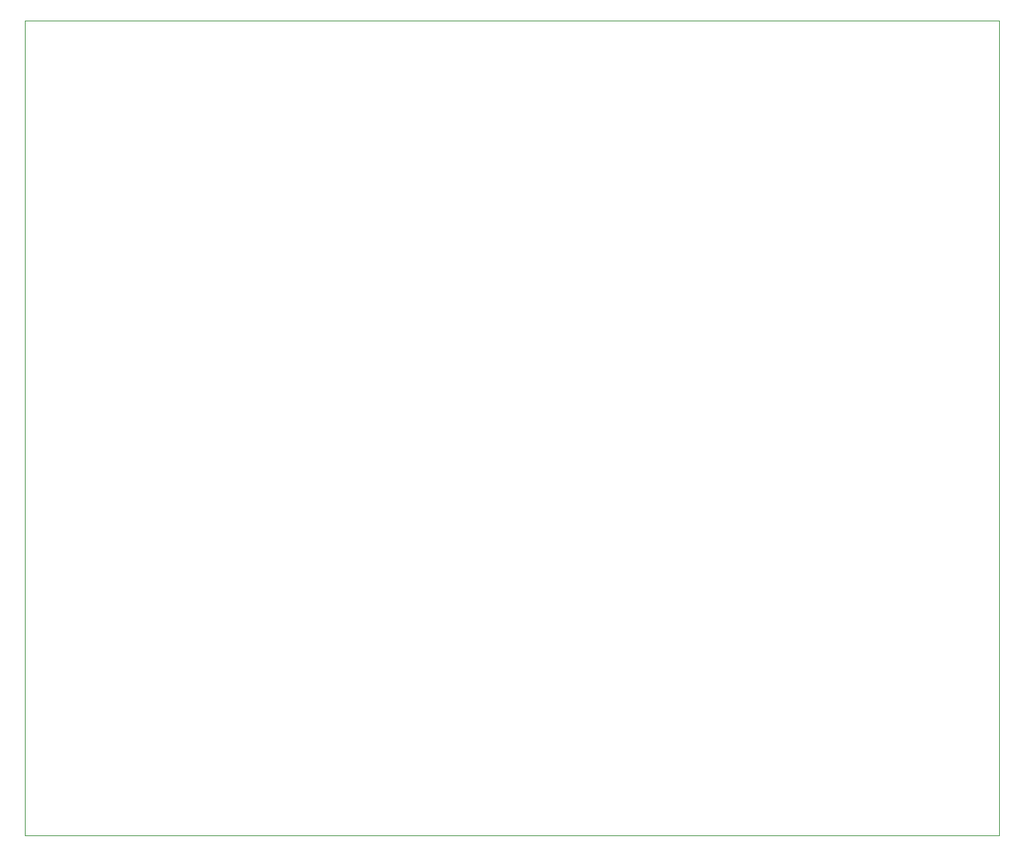
<source format=gbr>
%TF.GenerationSoftware,KiCad,Pcbnew,7.0.7+dfsg-1*%
%TF.CreationDate,2024-04-04T17:52:09+01:00*%
%TF.ProjectId,point-controller,706f696e-742d-4636-9f6e-74726f6c6c65,rev?*%
%TF.SameCoordinates,Original*%
%TF.FileFunction,Paste,Bot*%
%TF.FilePolarity,Positive*%
%FSLAX46Y46*%
G04 Gerber Fmt 4.6, Leading zero omitted, Abs format (unit mm)*
G04 Created by KiCad (PCBNEW 7.0.7+dfsg-1) date 2024-04-04 17:52:09*
%MOMM*%
%LPD*%
G01*
G04 APERTURE LIST*
%TA.AperFunction,Profile*%
%ADD10C,0.100000*%
%TD*%
G04 APERTURE END LIST*
D10*
X44000000Y-16000000D02*
X160000000Y-16000000D01*
X160000000Y-113000000D01*
X44000000Y-113000000D01*
X44000000Y-16000000D01*
M02*

</source>
